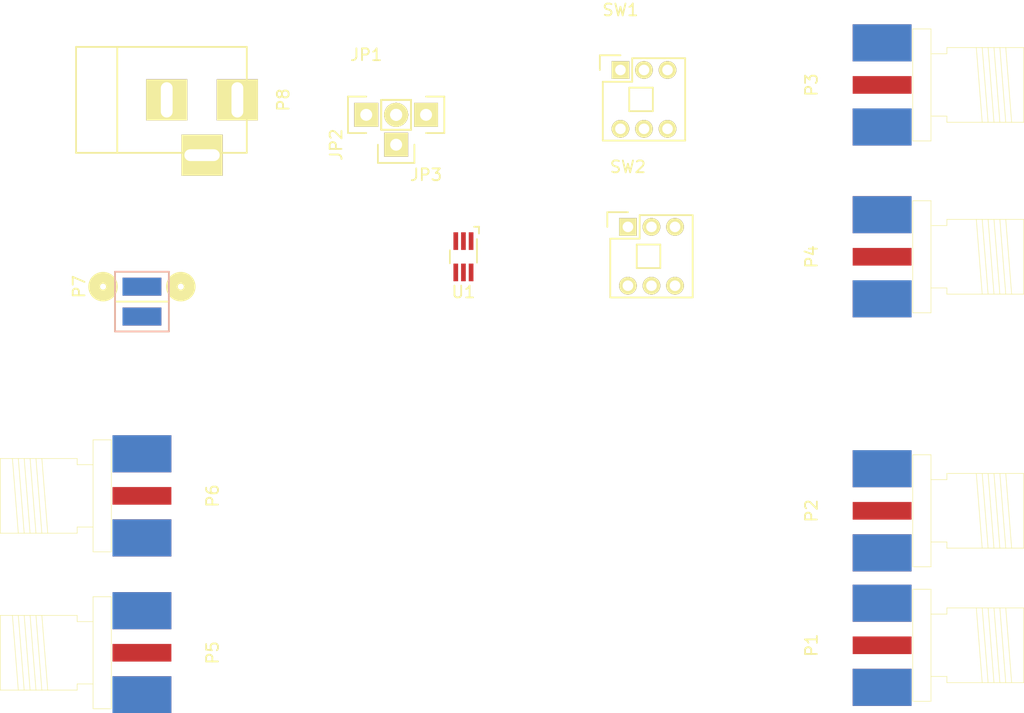
<source format=kicad_pcb>
(kicad_pcb (version 20221018) (generator pcbnew)
  (layers (0 "F.Cu" signal) (31 "B.Cu" signal) (34 "B.Paste" user) (35 "F.Paste" user) (36 "B.SilkS" user "B.Silkscreen") (37 "F.SilkS" user "F.Silkscreen") (38 "B.Mask" user) (39 "F.Mask" user) (44 "Edge.Cuts" user))
  (net 0 "")
  (net 1 "Net-(JP1-Pad1)")
  (net 2 "VCC")
  (net 3 "/TRIGGER")
  (net 4 "/VMC")
  (net 5 "Net-(P1-Pad2)")
  (net 6 "/SINE")
  (net 7 "Net-(P2-Pad2)")
  (net 8 "/INV/PULSE")
  (net 9 "GND")
  (net 10 "Net-(P3-Pad1)")
  (net 11 "Net-(P4-Pad1)")
  (net 12 "Net-(P8-Pad3)")
  (net 13 "Net-(SW1-Pad1)")
  (net 14 "Net-(SW2-Pad1)")
  (footprint "Socket_Strips:Socket_Strip_Straight_1x02" (layer "F.Cu") (at 48.895 31.75)
    (fp_text reference "JP1" (at 0 -5.1) (layer "F.SilkS"))
    (fp_text value "JUMPER")
    (fp_line (start -1.55 -1.55) (end -1.55 1.55) (stroke (width 0.15)) (layer "F.SilkS"))
    (fp_line (start -1.55 1.55) (end 0 1.55) (stroke (width 0.15)) (layer "F.SilkS"))
    (fp_line (start 0 -1.55) (end -1.55 -1.55) (stroke (width 0.15)) (layer "F.SilkS"))
    (fp_line (start 1.27 -1.27) (end 3.81 -1.27) (stroke (width 0.15)) (layer "F.SilkS"))
    (fp_line (start 1.27 1.27) (end 1.27 -1.27) (stroke (width 0.15)) (layer "F.SilkS"))
    (fp_line (start 3.81 -1.27) (end 3.81 1.27) (stroke (width 0.15)) (layer "F.SilkS"))
    (fp_line (start 3.81 1.27) (end 1.27 1.27) (stroke (width 0.15)) (layer "F.SilkS"))
    (pad "1" thru_hole rect (at 0 0) (size 2.032 2.032) (drill 1.016) (layers "*.Cu" "*.Mask" "F.SilkS") (net 1 "Net-(JP1-Pad1)"))
    (pad "2" thru_hole oval (at 2.54 0) (size 2.032 2.032) (drill 1.016) (layers "*.Cu" "*.Mask" "F.SilkS") (net 2 "VCC"))
  )
  (footprint "Socket_Strips:Socket_Strip_Straight_1x02" (layer "F.Cu") (at 51.435 34.29 90)
    (fp_text reference "JP2" (at 0 -5.1 90) (layer "F.SilkS"))
    (fp_text value "JUMPER")
    (fp_line (start -1.55 -1.55) (end -1.55 1.55) (stroke (width 0.15)) (layer "F.SilkS"))
    (fp_line (start -1.55 1.55) (end 0 1.55) (stroke (width 0.15)) (layer "F.SilkS"))
    (fp_line (start 0 -1.55) (end -1.55 -1.55) (stroke (width 0.15)) (layer "F.SilkS"))
    (fp_line (start 1.27 -1.27) (end 3.81 -1.27) (stroke (width 0.15)) (layer "F.SilkS"))
    (fp_line (start 1.27 1.27) (end 1.27 -1.27) (stroke (width 0.15)) (layer "F.SilkS"))
    (fp_line (start 3.81 -1.27) (end 3.81 1.27) (stroke (width 0.15)) (layer "F.SilkS"))
    (fp_line (start 3.81 1.27) (end 1.27 1.27) (stroke (width 0.15)) (layer "F.SilkS"))
    (pad "1" thru_hole rect (at 0 0 90) (size 2.032 2.032) (drill 1.016) (layers "*.Cu" "*.Mask" "F.SilkS") (net 3 "/TRIGGER"))
    (pad "2" thru_hole oval (at 2.54 0 90) (size 2.032 2.032) (drill 1.016) (layers "*.Cu" "*.Mask" "F.SilkS") (net 2 "VCC"))
  )
  (footprint "Socket_Strips:Socket_Strip_Straight_1x02" (layer "F.Cu") (at 53.975 31.75 180)
    (fp_text reference "JP3" (at 0 -5.1 180) (layer "F.SilkS"))
    (fp_text value "JUMPER")
    (fp_line (start -1.55 -1.55) (end -1.55 1.55) (stroke (width 0.15)) (layer "F.SilkS"))
    (fp_line (start -1.55 1.55) (end 0 1.55) (stroke (width 0.15)) (layer "F.SilkS"))
    (fp_line (start 0 -1.55) (end -1.55 -1.55) (stroke (width 0.15)) (layer "F.SilkS"))
    (fp_line (start 1.27 -1.27) (end 3.81 -1.27) (stroke (width 0.15)) (layer "F.SilkS"))
    (fp_line (start 1.27 1.27) (end 1.27 -1.27) (stroke (width 0.15)) (layer "F.SilkS"))
    (fp_line (start 3.81 -1.27) (end 3.81 1.27) (stroke (width 0.15)) (layer "F.SilkS"))
    (fp_line (start 3.81 1.27) (end 1.27 1.27) (stroke (width 0.15)) (layer "F.SilkS"))
    (pad "1" thru_hole rect (at 0 0 180) (size 2.032 2.032) (drill 1.016) (layers "*.Cu" "*.Mask" "F.SilkS") (net 4 "/VMC"))
    (pad "2" thru_hole oval (at 2.54 0 180) (size 2.032 2.032) (drill 1.016) (layers "*.Cu" "*.Mask" "F.SilkS") (net 2 "VCC"))
  )
  (footprint "Connectors:SMA_Board_Edge" (layer "F.Cu") (at 92.71 76.835 90)
    (fp_text reference "P1" (at 0 -6 90) (layer "F.SilkS"))
    (fp_text value "BNC")
    (fp_line (start -4.76 2.6) (end -4.76 4.15) (stroke (width 0.05)) (layer "F.SilkS"))
    (fp_line (start -4.76 2.6) (end 4.76 2.6) (stroke (width 0.05)) (layer "F.SilkS"))
    (fp_line (start -4.76 4.15) (end 4.76 4.15) (stroke (width 0.05)) (layer "F.SilkS"))
    (fp_line (start -3.175 8.5) (end 3.175 8) (stroke (width 0.05)) (layer "F.SilkS"))
    (fp_line (start -3.175 9) (end 3.175 8.5) (stroke (width 0.05)) (layer "F.SilkS"))
    (fp_line (start -3.175 9.5) (end 3.175 9) (stroke (width 0.05)) (layer "F.SilkS"))
    (fp_line (start -3.175 10) (end 3.175 9.5) (stroke (width 0.05)) (layer "F.SilkS"))
    (fp_line (start -3.175 10.5) (end 3.175 10) (stroke (width 0.05)) (layer "F.SilkS"))
    (fp_line (start -3.175 11) (end 3.175 10.5) (stroke (width 0.05)) (layer "F.SilkS"))
    (fp_line (start -3.175 12.03) (end -3.175 5.5) (stroke (width 0.05)) (layer "F.SilkS"))
    (fp_line (start -3.175 12.03) (end 3.175 12.03) (stroke (width 0.05)) (layer "F.SilkS"))
    (fp_line (start -2.65 4.15) (end -2.65 5.5) (stroke (width 0.05)) (layer "F.SilkS"))
    (fp_line (start -2.65 5.5) (end -3.175 5.5) (stroke (width 0.05)) (layer "F.SilkS"))
    (fp_line (start 2.65 4.15) (end 2.65 5.5) (stroke (width 0.05)) (layer "F.SilkS"))
    (fp_line (start 2.65 5.5) (end 3.175 5.5) (stroke (width 0.05)) (layer "F.SilkS"))
    (fp_line (start 3.175 5.5) (end 3.175 12.03) (stroke (width 0.05)) (layer "F.SilkS"))
    (fp_line (start 4.76 2.6) (end 4.76 4.15) (stroke (width 0.05)) (layer "F.SilkS"))
    (pad "1" smd rect (at 0 0 90) (size 1.5 5) (layers "F.Cu" "F.Paste" "F.Mask") (net 6 "/SINE"))
    (pad "2" smd rect (at -3.575 0 90) (size 3.15 5) (layers "*.Paste" "*.Mask" "F.Cu") (net 5 "Net-(P1-Pad2)"))
    (pad "2" smd rect (at -3.575 0 90) (size 3.15 5) (layers "*.Paste" "*.Mask" "B.Cu") (net 5 "Net-(P1-Pad2)"))
    (pad "2" smd rect (at 3.575 0 90) (size 3.15 5) (layers "*.Paste" "*.Mask" "F.Cu") (net 5 "Net-(P1-Pad2)"))
    (pad "2" smd rect (at 3.575 0 90) (size 3.15 5) (layers "*.Paste" "*.Mask" "B.Cu") (net 5 "Net-(P1-Pad2)"))
  )
  (footprint "Connectors:SMA_Board_Edge" (layer "F.Cu") (at 92.71 65.405 90)
    (fp_text reference "P2" (at 0 -6 90) (layer "F.SilkS"))
    (fp_text value "BNC")
    (fp_line (start -4.76 2.6) (end -4.76 4.15) (stroke (width 0.05)) (layer "F.SilkS"))
    (fp_line (start -4.76 2.6) (end 4.76 2.6) (stroke (width 0.05)) (layer "F.SilkS"))
    (fp_line (start -4.76 4.15) (end 4.76 4.15) (stroke (width 0.05)) (layer "F.SilkS"))
    (fp_line (start -3.175 8.5) (end 3.175 8) (stroke (width 0.05)) (layer "F.SilkS"))
    (fp_line (start -3.175 9) (end 3.175 8.5) (stroke (width 0.05)) (layer "F.SilkS"))
    (fp_line (start -3.175 9.5) (end 3.175 9) (stroke (width 0.05)) (layer "F.SilkS"))
    (fp_line (start -3.175 10) (end 3.175 9.5) (stroke (width 0.05)) (layer "F.SilkS"))
    (fp_line (start -3.175 10.5) (end 3.175 10) (stroke (width 0.05)) (layer "F.SilkS"))
    (fp_line (start -3.175 11) (end 3.175 10.5) (stroke (width 0.05)) (layer "F.SilkS"))
    (fp_line (start -3.175 12.03) (end -3.175 5.5) (stroke (width 0.05)) (layer "F.SilkS"))
    (fp_line (start -3.175 12.03) (end 3.175 12.03) (stroke (width 0.05)) (layer "F.SilkS"))
    (fp_line (start -2.65 4.15) (end -2.65 5.5) (stroke (width 0.05)) (layer "F.SilkS"))
    (fp_line (start -2.65 5.5) (end -3.175 5.5) (stroke (width 0.05)) (layer "F.SilkS"))
    (fp_line (start 2.65 4.15) (end 2.65 5.5) (stroke (width 0.05)) (layer "F.SilkS"))
    (fp_line (start 2.65 5.5) (end 3.175 5.5) (stroke (width 0.05)) (layer "F.SilkS"))
    (fp_line (start 3.175 5.5) (end 3.175 12.03) (stroke (width 0.05)) (layer "F.SilkS"))
    (fp_line (start 4.76 2.6) (end 4.76 4.15) (stroke (width 0.05)) (layer "F.SilkS"))
    (pad "1" smd rect (at 0 0 90) (size 1.5 5) (layers "F.Cu" "F.Paste" "F.Mask") (net 8 "/INV/PULSE"))
    (pad "2" smd rect (at -3.575 0 90) (size 3.15 5) (layers "*.Paste" "*.Mask" "F.Cu") (net 7 "Net-(P2-Pad2)"))
    (pad "2" smd rect (at -3.575 0 90) (size 3.15 5) (layers "*.Paste" "*.Mask" "B.Cu") (net 7 "Net-(P2-Pad2)"))
    (pad "2" smd rect (at 3.575 0 90) (size 3.15 5) (layers "*.Paste" "*.Mask" "F.Cu") (net 7 "Net-(P2-Pad2)"))
    (pad "2" smd rect (at 3.575 0 90) (size 3.15 5) (layers "*.Paste" "*.Mask" "B.Cu") (net 7 "Net-(P2-Pad2)"))
  )
  (footprint "Connectors:SMA_Board_Edge" (layer "F.Cu") (at 92.71 29.21 90)
    (fp_text reference "P3" (at 0 -6 90) (layer "F.SilkS"))
    (fp_text value "BNC")
    (fp_line (start -4.76 2.6) (end -4.76 4.15) (stroke (width 0.05)) (layer "F.SilkS"))
    (fp_line (start -4.76 2.6) (end 4.76 2.6) (stroke (width 0.05)) (layer "F.SilkS"))
    (fp_line (start -4.76 4.15) (end 4.76 4.15) (stroke (width 0.05)) (layer "F.SilkS"))
    (fp_line (start -3.175 8.5) (end 3.175 8) (stroke (width 0.05)) (layer "F.SilkS"))
    (fp_line (start -3.175 9) (end 3.175 8.5) (stroke (width 0.05)) (layer "F.SilkS"))
    (fp_line (start -3.175 9.5) (end 3.175 9) (stroke (width 0.05)) (layer "F.SilkS"))
    (fp_line (start -3.175 10) (end 3.175 9.5) (stroke (width 0.05)) (layer "F.SilkS"))
    (fp_line (start -3.175 10.5) (end 3.175 10) (stroke (width 0.05)) (layer "F.SilkS"))
    (fp_line (start -3.175 11) (end 3.175 10.5) (stroke (width 0.05)) (layer "F.SilkS"))
    (fp_line (start -3.175 12.03) (end -3.175 5.5) (stroke (width 0.05)) (layer "F.SilkS"))
    (fp_line (start -3.175 12.03) (end 3.175 12.03) (stroke (width 0.05)) (layer "F.SilkS"))
    (fp_line (start -2.65 4.15) (end -2.65 5.5) (stroke (width 0.05)) (layer "F.SilkS"))
    (fp_line (start -2.65 5.5) (end -3.175 5.5) (stroke (width 0.05)) (layer "F.SilkS"))
    (fp_line (start 2.65 4.15) (end 2.65 5.5) (stroke (width 0.05)) (layer "F.SilkS"))
    (fp_line (start 2.65 5.5) (end 3.175 5.5) (stroke (width 0.05)) (layer "F.SilkS"))
    (fp_line (start 3.175 5.5) (end 3.175 12.03) (stroke (width 0.05)) (layer "F.SilkS"))
    (fp_line (start 4.76 2.6) (end 4.76 4.15) (stroke (width 0.05)) (layer "F.SilkS"))
    (pad "1" smd rect (at 0 0 90) (size 1.5 5) (layers "F.Cu" "F.Paste" "F.Mask") (net 10 "Net-(P3-Pad1)"))
    (pad "2" smd rect (at -3.575 0 90) (size 3.15 5) (layers "*.Paste" "*.Mask" "F.Cu") (net 9 "GND"))
    (pad "2" smd rect (at -3.575 0 90) (size 3.15 5) (layers "*.Paste" "*.Mask" "B.Cu") (net 9 "GND"))
    (pad "2" smd rect (at 3.575 0 90) (size 3.15 5) (layers "*.Paste" "*.Mask" "F.Cu") (net 9 "GND"))
    (pad "2" smd rect (at 3.575 0 90) (size 3.15 5) (layers "*.Paste" "*.Mask" "B.Cu") (net 9 "GND"))
  )
  (footprint "Connectors:SMA_Board_Edge" (layer "F.Cu") (at 92.71 43.815 90)
    (fp_text reference "P4" (at 0 -6 90) (layer "F.SilkS"))
    (fp_text value "BNC")
    (fp_line (start -4.76 2.6) (end -4.76 4.15) (stroke (width 0.05)) (layer "F.SilkS"))
    (fp_line (start -4.76 2.6) (end 4.76 2.6) (stroke (width 0.05)) (layer "F.SilkS"))
    (fp_line (start -4.76 4.15) (end 4.76 4.15) (stroke (width 0.05)) (layer "F.SilkS"))
    (fp_line (start -3.175 8.5) (end 3.175 8) (stroke (width 0.05)) (layer "F.SilkS"))
    (fp_line (start -3.175 9) (end 3.175 8.5) (stroke (width 0.05)) (layer "F.SilkS"))
    (fp_line (start -3.175 9.5) (end 3.175 9) (stroke (width 0.05)) (layer "F.SilkS"))
    (fp_line (start -3.175 10) (end 3.175 9.5) (stroke (width 0.05)) (layer "F.SilkS"))
    (fp_line (start -3.175 10.5) (end 3.175 10) (stroke (width 0.05)) (layer "F.SilkS"))
    (fp_line (start -3.175 11) (end 3.175 10.5) (stroke (width 0.05)) (layer "F.SilkS"))
    (fp_line (start -3.175 12.03) (end -3.175 5.5) (stroke (width 0.05)) (layer "F.SilkS"))
    (fp_line (start -3.175 12.03) (end 3.175 12.03) (stroke (width 0.05)) (layer "F.SilkS"))
    (fp_line (start -2.65 4.15) (end -2.65 5.5) (stroke (width 0.05)) (layer "F.SilkS"))
    (fp_line (start -2.65 5.5) (end -3.175 5.5) (stroke (width 0.05)) (layer "F.SilkS"))
    (fp_line (start 2.65 4.15) (end 2.65 5.5) (stroke (width 0.05)) (layer "F.SilkS"))
    (fp_line (start 2.65 5.5) (end 3.175 5.5) (stroke (width 0.05)) (layer "F.SilkS"))
    (fp_line (start 3.175 5.5) (end 3.175 12.03) (stroke (width 0.05)) (layer "F.SilkS"))
    (fp_line (start 4.76 2.6) (end 4.76 4.15) (stroke (width 0.05)) (layer "F.SilkS"))
    (pad "1" smd rect (at 0 0 90) (size 1.5 5) (layers "F.Cu" "F.Paste" "F.Mask") (net 11 "Net-(P4-Pad1)"))
    (pad "2" smd rect (at -3.575 0 90) (size 3.15 5) (layers "*.Paste" "*.Mask" "F.Cu") (net 9 "GND"))
    (pad "2" smd rect (at -3.575 0 90) (size 3.15 5) (layers "*.Paste" "*.Mask" "B.Cu") (net 9 "GND"))
    (pad "2" smd rect (at 3.575 0 90) (size 3.15 5) (layers "*.Paste" "*.Mask" "F.Cu") (net 9 "GND"))
    (pad "2" smd rect (at 3.575 0 90) (size 3.15 5) (layers "*.Paste" "*.Mask" "B.Cu") (net 9 "GND"))
  )
  (footprint "Connectors:SMA_Board_Edge" (layer "F.Cu") (at 29.845 77.47 -90)
    (fp_text reference "P5" (at 0 -6 270) (layer "F.SilkS"))
    (fp_text value "BNC")
    (fp_line (start -4.76 2.6) (end -4.76 4.15) (stroke (width 0.05)) (layer "F.SilkS"))
    (fp_line (start -4.76 2.6) (end 4.76 2.6) (stroke (width 0.05)) (layer "F.SilkS"))
    (fp_line (start -4.76 4.15) (end 4.76 4.15) (stroke (width 0.05)) (layer "F.SilkS"))
    (fp_line (start -3.175 8.5) (end 3.175 8) (stroke (width 0.05)) (layer "F.SilkS"))
    (fp_line (start -3.175 9) (end 3.175 8.5) (stroke (width 0.05)) (layer "F.SilkS"))
    (fp_line (start -3.175 9.5) (end 3.175 9) (stroke (width 0.05)) (layer "F.SilkS"))
    (fp_line (start -3.175 10) (end 3.175 9.5) (stroke (width 0.05)) (layer "F.SilkS"))
    (fp_line (start -3.175 10.5) (end 3.175 10) (stroke (width 0.05)) (layer "F.SilkS"))
    (fp_line (start -3.175 11) (end 3.175 10.5) (stroke (width 0.05)) (layer "F.SilkS"))
    (fp_line (start -3.175 12.03) (end -3.175 5.5) (stroke (width 0.05)) (layer "F.SilkS"))
    (fp_line (start -3.175 12.03) (end 3.175 12.03) (stroke (width 0.05)) (layer "F.SilkS"))
    (fp_line (start -2.65 4.15) (end -2.65 5.5) (stroke (width 0.05)) (layer "F.SilkS"))
    (fp_line (start -2.65 5.5) (end -3.175 5.5) (stroke (width 0.05)) (layer "F.SilkS"))
    (fp_line (start 2.65 4.15) (end 2.65 5.5) (stroke (width 0.05)) (layer "F.SilkS"))
    (fp_line (start 2.65 5.5) (end 3.175 5.5) (stroke (width 0.05)) (layer "F.SilkS"))
    (fp_line (start 3.175 5.5) (end 3.175 12.03) (stroke (width 0.05)) (layer "F.SilkS"))
    (fp_line (start 4.76 2.6) (end 4.76 4.15) (stroke (width 0.05)) (layer "F.SilkS"))
    (pad "1" smd rect (at 0 0 270) (size 1.5 5) (layers "F.Cu" "F.Paste" "F.Mask") (net 6 "/SINE"))
    (pad "2" smd rect (at -3.575 0 270) (size 3.15 5) (layers "*.Paste" "*.Mask" "F.Cu") (net 5 "Net-(P1-Pad2)"))
    (pad "2" smd rect (at -3.575 0 270) (size 3.15 5) (layers "*.Paste" "*.Mask" "B.Cu") (net 5 "Net-(P1-Pad2)"))
    (pad "2" smd rect (at 3.575 0 270) (size 3.15 5) (layers "*.Paste" "*.Mask" "F.Cu") (net 5 "Net-(P1-Pad2)"))
    (pad "2" smd rect (at 3.575 0 270) (size 3.15 5) (layers "*.Paste" "*.Mask" "B.Cu") (net 5 "Net-(P1-Pad2)"))
  )
  (footprint "Connectors:SMA_Board_Edge" (layer "F.Cu") (at 29.845 64.135 -90)
    (fp_text reference "P6" (at 0 -6 270) (layer "F.SilkS"))
    (fp_text value "BNC")
    (fp_line (start -4.76 2.6) (end -4.76 4.15) (stroke (width 0.05)) (layer "F.SilkS"))
    (fp_line (start -4.76 2.6) (end 4.76 2.6) (stroke (width 0.05)) (layer "F.SilkS"))
    (fp_line (start -4.76 4.15) (end 4.76 4.15) (stroke (width 0.05)) (layer "F.SilkS"))
    (fp_line (start -3.175 8.5) (end 3.175 8) (stroke (width 0.05)) (layer "F.SilkS"))
    (fp_line (start -3.175 9) (end 3.175 8.5) (stroke (width 0.05)) (layer "F.SilkS"))
    (fp_line (start -3.175 9.5) (end 3.175 9) (stroke (width 0.05)) (layer "F.SilkS"))
    (fp_line (start -3.175 10) (end 3.175 9.5) (stroke (width 0.05)) (layer "F.SilkS"))
    (fp_line (start -3.175 10.5) (end 3.175 10) (stroke (width 0.05)) (layer "F.SilkS"))
    (fp_line (start -3.175 11) (end 3.175 10.5) (stroke (width 0.05)) (layer "F.SilkS"))
    (fp_line (start -3.175 12.03) (end -3.175 5.5) (stroke (width 0.05)) (layer "F.SilkS"))
    (fp_line (start -3.175 12.03) (end 3.175 12.03) (stroke (width 0.05)) (layer "F.SilkS"))
    (fp_line (start -2.65 4.15) (end -2.65 5.5) (stroke (width 0.05)) (layer "F.SilkS"))
    (fp_line (start -2.65 5.5) (end -3.175 5.5) (stroke (width 0.05)) (layer "F.SilkS"))
    (fp_line (start 2.65 4.15) (end 2.65 5.5) (stroke (width 0.05)) (layer "F.SilkS"))
    (fp_line (start 2.65 5.5) (end 3.175 5.5) (stroke (width 0.05)) (layer "F.SilkS"))
    (fp_line (start 3.175 5.5) (end 3.175 12.03) (stroke (width 0.05)) (layer "F.SilkS"))
    (fp_line (start 4.76 2.6) (end 4.76 4.15) (stroke (width 0.05)) (layer "F.SilkS"))
    (pad "1" smd rect (at 0 0 270) (size 1.5 5) (layers "F.Cu" "F.Paste" "F.Mask") (net 8 "/INV/PULSE"))
    (pad "2" smd rect (at -3.575 0 270) (size 3.15 5) (layers "*.Paste" "*.Mask" "F.Cu") (net 7 "Net-(P2-Pad2)"))
    (pad "2" smd rect (at -3.575 0 270) (size 3.15 5) (layers "*.Paste" "*.Mask" "B.Cu") (net 7 "Net-(P2-Pad2)"))
    (pad "2" smd rect (at 3.575 0 270) (size 3.15 5) (layers "*.Paste" "*.Mask" "F.Cu") (net 7 "Net-(P2-Pad2)"))
    (pad "2" smd rect (at 3.575 0 270) (size 3.15 5) (layers "*.Paste" "*.Mask" "B.Cu") (net 7 "Net-(P2-Pad2)"))
  )
  (footprint "2.54mm_Pin_Headers:Edge_2x02" (layer "F.Cu") (at 29.845 46.355 -90)
    (fp_text reference "P7" (at 0 5.334 270) (layer "F.SilkS"))
    (fp_text value "CONN_02X02" hide)
    (fp_line (start -1.27 -2.286) (end -1.27 2.286) (stroke (width 0.15)) (layer "B.SilkS"))
    (fp_line (start -1.27 2.286) (end 3.81 2.286) (stroke (width 0.15)) (layer "B.SilkS"))
    (fp_line (start 3.81 -2.286) (end -1.27 -2.286) (stroke (width 0.15)) (layer "B.SilkS"))
    (fp_line (start 3.81 2.286) (end 3.81 -2.286) (stroke (width 0.15)) (layer "B.SilkS"))
    (fp_line (start -1.27 -2.286) (end -1.27 2.286) (stroke (width 0.15)) (layer "F.SilkS"))
    (fp_line (start -1.27 2.286) (end 3.81 2.286) (stroke (width 0.15)) (layer "F.SilkS"))
    (fp_line (start 1.27 2.286) (end 1.27 -2.286) (stroke (width 0.15)) (layer "F.SilkS"))
    (fp_line (start 3.81 -2.286) (end -1.27 -2.286) (stroke (width 0.15)) (layer "F.SilkS"))
    (fp_line (start 3.81 2.286) (end 3.81 -2.286) (stroke (width 0.15)) (layer "F.SilkS"))
    (fp_circle (center 0 -3.302) (end 0.254 -3.302) (stroke (width 1)) (fill none) (layer "F.SilkS"))
    (fp_circle (center 0 3.302) (end 0.254 3.302) (stroke (width 1)) (fill none) (layer "F.SilkS"))
    (pad "1" smd rect (at 0 0 270) (size 1.524 3.302) (layers "F.Cu" "F.Paste" "F.Mask") (net 9 "GND"))
    (pad "2" smd rect (at 0 0 270) (size 1.524 3.302) (layers "B.Cu" "B.Paste" "B.Mask") (net 4 "/VMC"))
    (pad "3" smd rect (at 2.54 0 270) (size 1.524 3.302) (layers "F.Cu" "F.Paste" "F.Mask") (net 9 "GND"))
    (pad "4" smd rect (at 2.54 0 270) (size 1.524 3.302) (layers "B.Cu" "B.Paste" "B.Mask") (net 3 "/TRIGGER"))
  )
  (footprint "Connect:BARREL_JACK" (layer "F.Cu") (at 31.75 30.48)
    (fp_text reference "P8" (at 10.09904 0 90) (layer "F.SilkS"))
    (fp_text value "BARREL_JACK")
    (fp_line (start -7.50062 -4.50088) (end -7.50062 4.50088) (stroke (width 0.15)) (layer "F.SilkS"))
    (fp_line (start -7.50062 4.50088) (end 7.00024 4.50088) (stroke (width 0.15)) (layer "F.SilkS"))
    (fp_line (start -4.0005 -4.50088) (end -4.0005 4.50088) (stroke (width 0.15)) (layer "F.SilkS"))
    (fp_line (start 7.00024 -4.50088) (end -7.50062 -4.50088) (stroke (width 0.15)) (layer "F.SilkS"))
    (fp_line (start 7.00024 4.50088) (end 7.00024 -4.50088) (stroke (width 0.15)) (layer "F.SilkS"))
    (pad "1" thru_hole rect (at 6.20014 0) (size 3.50012 3.50012) (drill oval 1.00076 2.99974) (layers "*.Cu" "*.Mask" "F.SilkS") (net 1 "Net-(JP1-Pad1)"))
    (pad "2" thru_hole rect (at 0.20066 0) (size 3.50012 3.50012) (drill oval 1.00076 2.99974) (layers "*.Cu" "*.Mask" "F.SilkS") (net 9 "GND"))
    (pad "3" thru_hole rect (at 3.2004 4.699) (size 3.50012 3.50012) (drill oval 2.99974 1.00076) (layers "*.Cu" "*.Mask" "F.SilkS") (net 12 "Net-(P8-Pad3)"))
  )
  (footprint "Switches:Latched_7x7mm_TL_2230" (layer "F.Cu") (at 70.485 27.94)
    (fp_text reference "SW1" (at 0 -5.1) (layer "F.SilkS"))
    (fp_text value "Switch_SPDT_x2")
    (fp_line (start -1.75 -1.25) (end -1.75 0) (stroke (width 0.15)) (layer "F.SilkS"))
    (fp_line (start -1.5 1) (end -1.5 6) (stroke (width 0.15)) (layer "F.SilkS"))
    (fp_line (start -1.5 6) (end 5.5 6) (stroke (width 0.15)) (layer "F.SilkS"))
    (fp_line (start 0 -1.25) (end -1.75 -1.25) (stroke (width 0.15)) (layer "F.SilkS"))
    (fp_line (start 0.75 1.5) (end 0.75 3.5) (stroke (width 0.15)) (layer "F.SilkS"))
    (fp_line (start 0.75 1.5) (end 2.75 1.5) (stroke (width 0.15)) (layer "F.SilkS"))
    (fp_line (start 1 -1) (end 1 1) (stroke (width 0.15)) (layer "F.SilkS"))
    (fp_line (start 1 -1) (end 5.5 -1) (stroke (width 0.15)) (layer "F.SilkS"))
    (fp_line (start 1 1) (end -1.5 1) (stroke (width 0.15)) (layer "F.SilkS"))
    (fp_line (start 2.75 1.5) (end 2.75 3.5) (stroke (width 0.15)) (layer "F.SilkS"))
    (fp_line (start 2.75 3.5) (end 0.75 3.5) (stroke (width 0.15)) (layer "F.SilkS"))
    (fp_line (start 5.5 -1) (end 5.5 6) (stroke (width 0.15)) (layer "F.SilkS"))
    (pad "1" thru_hole rect (at 0 0) (size 1.5 1.5) (drill 0.9) (layers "*.Cu" "*.Mask" "F.SilkS") (net 13 "Net-(SW1-Pad1)"))
    (pad "2" thru_hole circle (at 2 0) (size 1.5 1.5) (drill 0.9) (layers "*.Cu" "*.Mask" "F.SilkS") (net 10 "Net-(P3-Pad1)"))
    (pad "3" thru_hole circle (at 4 0) (size 1.5 1.5) (drill 0.9) (layers "*.Cu" "*.Mask" "F.SilkS") (net 3 "/TRIGGER"))
    (pad "4" thru_hole circle (at 0 5) (size 1.5 1.5) (drill 0.9) (layers "*.Cu" "*.Mask" "F.SilkS"))
    (pad "5" thru_hole circle (at 2 5) (size 1.5 1.5) (drill 0.9) (layers "*.Cu" "*.Mask" "F.SilkS"))
    (pad "6" thru_hole circle (at 4 5) (size 1.5 1.5) (drill 0.9) (layers "*.Cu" "*.Mask" "F.SilkS"))
  )
  (footprint "Switches:Latched_7x7mm_TL_2230" (layer "F.Cu") (at 71.12 41.275)
    (fp_text reference "SW2" (at 0 -5.1) (layer "F.SilkS"))
    (fp_text value "Switch_SPDT_x2")
    (fp_line (start -1.75 -1.25) (end -1.75 0) (stroke (width 0.15)) (layer "F.SilkS"))
    (fp_line (start -1.5 1) (end -1.5 6) (stroke (width 0.15)) (layer "F.SilkS"))
    (fp_line (start -1.5 6) (end 5.5 6) (stroke (width 0.15)) (layer "F.SilkS"))
    (fp_line (start 0 -1.25) (end -1.75 -1.25) (stroke (width 0.15)) (layer "F.SilkS"))
    (fp_line (start 0.75 1.5) (end 0.75 3.5) (stroke (width 0.15)) (layer "F.SilkS"))
    (fp_line (start 0.75 1.5) (end 2.75 1.5) (stroke (width 0.15)) (layer "F.SilkS"))
    (fp_line (start 1 -1) (end 1 1) (stroke (width 0.15)) (layer "F.SilkS"))
    (fp_line (start 1 -1) (end 5.5 -1) (stroke (width 0.15)) (layer "F.SilkS"))
    (fp_line (start 1 1) (end -1.5 1) (stroke (width 0.15)) (layer "F.SilkS"))
    (fp_line (start 2.75 1.5) (end 2.75 3.5) (stroke (width 0.15)) (layer "F.SilkS"))
    (fp_line (start 2.75 3.5) (end 0.75 3.5) (stroke (width 0.15)) (layer "F.SilkS"))
    (fp_line (start 5.5 -1) (end 5.5 6) (stroke (width 0.15)) (layer "F.SilkS"))
    (pad "1" thru_hole rect (at 0 0) (size 1.5 1.5) (drill 0.9) (layers "*.Cu" "*.Mask" "F.SilkS") (net 14 "Net-(SW2-Pad1)"))
    (pad "2" thru_hole circle (at 2 0) (size 1.5 1.5) (drill 0.9) (layers "*.Cu" "*.Mask" "F.SilkS") (net 11 "Net-(P4-Pad1)"))
    (pad "3" thru_hole circle (at 4 0) (size 1.5 1.5) (drill 0.9) (layers "*.Cu" "*.Mask" "F.SilkS") (net 4 "/VMC"))
    (pad "4" thru_hole circle (at 0 5) (size 1.5 1.5) (drill 0.9) (layers "*.Cu" "*.Mask" "F.SilkS"))
    (pad "5" thru_hole circle (at 2 5) (size 1.5 1.5) (drill 0.9) (layers "*.Cu" "*.Mask" "F.SilkS"))
    (pad "6" thru_hole circle (at 4 5) (size 1.5 1.5) (drill 0.9) (layers "*.Cu" "*.Mask" "F.SilkS"))
  )
  (footprint "TO_SOT_Packages_SMD:SC-70-6_Handsoldering" (layer "F.Cu") (at 57.15 43.815 180)
    (fp_text reference "U1" (at 0 -3 180) (layer "F.SilkS"))
    (fp_text value "NC7WZ04P6X")
    (fp_line (start -1.3208 1.97866) (end -1.3208 2.54762) (stroke (width 0.15)) (layer "F.SilkS"))
    (fp_line (start -1.3208 2.54762) (end -0.90932 2.54762) (stroke (width 0.15)) (layer "F.SilkS"))
    (fp_line (start -1.15 -0.5) (end -1.15 1.5) (stroke (width 0.15)) (layer "F.SilkS"))
    (fp_line (start 1.15 -0.55) (end 1.15 0.55) (stroke (width 0.15)) (layer "F.SilkS"))
    (pad "1" smd rect (at -0.65024 1.33096 180) (size 0.39878 1.50114) (layers "F.Cu" "F.Paste" "F.Mask") (net 13 "Net-(SW1-Pad1)"))
    (pad "2" smd rect (at 0 1.33096 180) (size 0.39878 1.50114) (layers "F.Cu" "F.Paste" "F.Mask") (net 9 "GND"))
    (pad "3" smd rect (at 0.65024 1.33096 180) (size 0.39878 1.50114) (layers "F.Cu" "F.Paste" "F.Mask") (net 4 "/VMC"))
    (pad "4" smd rect (at 0.65024 -1.33096 180) (size 0.39878 1.50114) (layers "F.Cu" "F.Paste" "F.Mask") (net 14 "Net-(SW2-Pad1)"))
    (pad "5" smd rect (at 0 -1.33096 180) (size 0.39878 1.50114) (layers "F.Cu" "F.Paste" "F.Mask") (net 2 "VCC"))
    (pad "6" smd rect (at -0.65024 -1.33096 180) (size 0.39878 1.50114) (layers "F.Cu" "F.Paste" "F.Mask") (net 3 "/TRIGGER"))
  )
)
</source>
